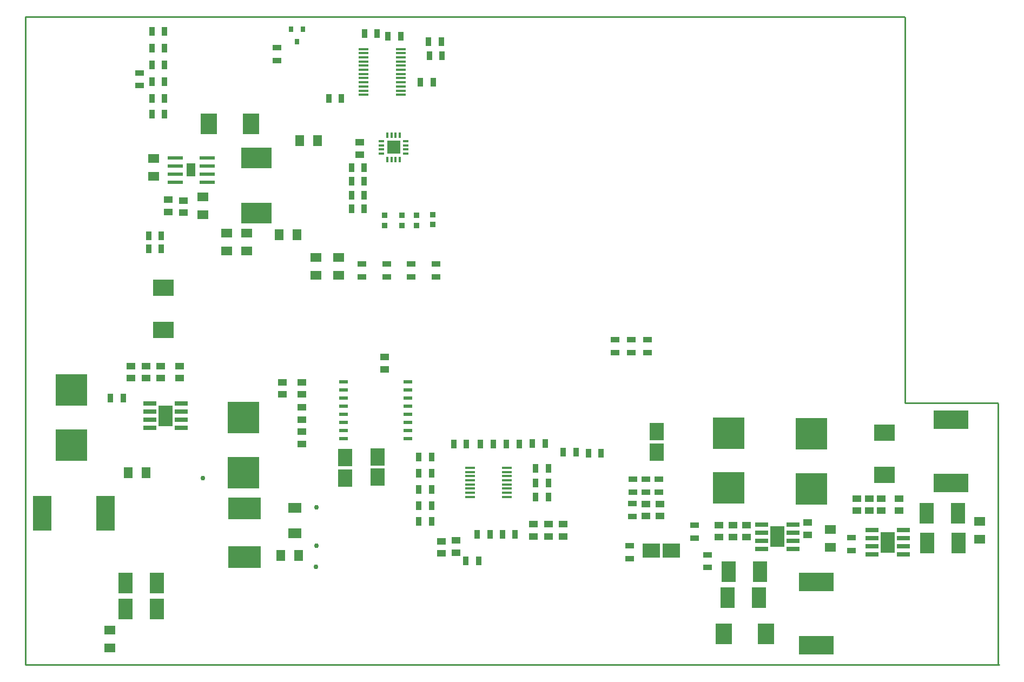
<source format=gtp>
G04*
G04 #@! TF.GenerationSoftware,Altium Limited,Altium Designer,22.9.1 (49)*
G04*
G04 Layer_Color=8421504*
%FSLAX25Y25*%
%MOIN*%
G70*
G04*
G04 #@! TF.SameCoordinates,D4A48318-998D-472C-A6B0-EE5402D3ED7D*
G04*
G04*
G04 #@! TF.FilePolarity,Positive*
G04*
G01*
G75*
%ADD11C,0.01000*%
%ADD15R,0.05258X0.08407*%
%ADD16R,0.09843X0.12795*%
%ADD17R,0.05315X0.03543*%
%ADD18R,0.03543X0.05315*%
%ADD19R,0.05906X0.01772*%
%ADD20R,0.03740X0.01378*%
%ADD21R,0.01378X0.03740*%
%ADD22R,0.07874X0.07874*%
%ADD23R,0.18504X0.12598*%
%ADD24R,0.05709X0.02362*%
%ADD25R,0.09055X0.12598*%
%ADD26R,0.08071X0.02598*%
%ADD27R,0.09264X0.02449*%
%ADD28R,0.19685X0.19685*%
%ADD29R,0.05512X0.04134*%
%ADD30R,0.07087X0.05709*%
%ADD31R,0.05709X0.06890*%
%ADD32R,0.08661X0.12795*%
%ADD33R,0.03740X0.03543*%
%ADD34C,0.03000*%
%ADD35R,0.06890X0.05709*%
%ADD36R,0.11024X0.08898*%
%ADD37R,0.12795X0.09843*%
%ADD38R,0.08898X0.11024*%
%ADD39R,0.03150X0.03543*%
%ADD40R,0.11417X0.21260*%
%ADD41R,0.21260X0.11417*%
%ADD42R,0.08071X0.06299*%
%ADD43R,0.20079X0.13780*%
D11*
Y399500D02*
X541500D01*
X542000Y399000D01*
Y161500D02*
Y399000D01*
Y161500D02*
X599000D01*
X599500Y161000D01*
Y500D02*
Y161000D01*
Y500D02*
X600000Y0D01*
X0D02*
X600000D01*
X0D02*
Y399500D01*
Y0D02*
X600000D01*
D15*
X102244Y305000D02*
D03*
D16*
X112988Y333500D02*
D03*
X139012D02*
D03*
X430488Y19000D02*
D03*
X456512D02*
D03*
D17*
X363500Y200406D02*
D03*
Y192532D02*
D03*
X373500Y200468D02*
D03*
Y192595D02*
D03*
X383437Y200468D02*
D03*
Y192595D02*
D03*
X390500Y114437D02*
D03*
Y106563D02*
D03*
X420500Y60063D02*
D03*
Y67937D02*
D03*
X509000Y70563D02*
D03*
Y78437D02*
D03*
X412500Y78224D02*
D03*
Y86098D02*
D03*
X382500Y106563D02*
D03*
Y114437D02*
D03*
X374000Y99437D02*
D03*
Y91563D02*
D03*
X237833Y239232D02*
D03*
Y247106D02*
D03*
X253000Y239232D02*
D03*
Y247106D02*
D03*
X70614Y357063D02*
D03*
Y364937D02*
D03*
X155000Y372563D02*
D03*
Y380437D02*
D03*
X207500Y239232D02*
D03*
Y247106D02*
D03*
X372500Y65563D02*
D03*
Y73437D02*
D03*
X222667Y239232D02*
D03*
Y247106D02*
D03*
X374500Y106563D02*
D03*
Y114437D02*
D03*
D18*
X278563Y80500D02*
D03*
X286437D02*
D03*
X208937Y298000D02*
D03*
X201063D02*
D03*
X208937Y289500D02*
D03*
X201063D02*
D03*
X208937Y306500D02*
D03*
X201063D02*
D03*
X208937Y281000D02*
D03*
X201063D02*
D03*
X250437Y98000D02*
D03*
X242563D02*
D03*
X250437Y108000D02*
D03*
X242563D02*
D03*
X250437Y118000D02*
D03*
X242563D02*
D03*
X250437Y128000D02*
D03*
X242563D02*
D03*
X314563Y121000D02*
D03*
X322437D02*
D03*
X314563Y103500D02*
D03*
X322437D02*
D03*
X78063Y339500D02*
D03*
X85937D02*
D03*
X216937Y389000D02*
D03*
X209063D02*
D03*
X331563Y131000D02*
D03*
X339437D02*
D03*
X279437Y64000D02*
D03*
X271563D02*
D03*
X85937Y369900D02*
D03*
X78063D02*
D03*
X231437Y387500D02*
D03*
X223563D02*
D03*
X248500Y384000D02*
D03*
X256374D02*
D03*
X294063Y80500D02*
D03*
X301937D02*
D03*
X85937Y349300D02*
D03*
X78063D02*
D03*
X76063Y264500D02*
D03*
X83937D02*
D03*
X250437Y88500D02*
D03*
X242563D02*
D03*
X256937Y375500D02*
D03*
X249063D02*
D03*
X85937Y359600D02*
D03*
X78063D02*
D03*
X354937Y130500D02*
D03*
X347063D02*
D03*
X314563Y112000D02*
D03*
X322437D02*
D03*
X60437Y164500D02*
D03*
X52563D02*
D03*
X78063Y390500D02*
D03*
X85937D02*
D03*
X78063Y380200D02*
D03*
X85937D02*
D03*
X83937Y256500D02*
D03*
X76063D02*
D03*
X194937Y349000D02*
D03*
X187063D02*
D03*
X243563Y359000D02*
D03*
X251437D02*
D03*
X264063Y136000D02*
D03*
X271937D02*
D03*
X296563D02*
D03*
X304437D02*
D03*
X312500Y136500D02*
D03*
X320374D02*
D03*
X280563Y136000D02*
D03*
X288437D02*
D03*
D19*
X296917Y103543D02*
D03*
Y106102D02*
D03*
Y108661D02*
D03*
Y111221D02*
D03*
Y113779D02*
D03*
Y116339D02*
D03*
Y118898D02*
D03*
Y121457D02*
D03*
X274083Y103543D02*
D03*
Y106102D02*
D03*
Y108661D02*
D03*
Y111221D02*
D03*
Y113779D02*
D03*
Y116339D02*
D03*
Y118898D02*
D03*
Y121457D02*
D03*
X231417Y351425D02*
D03*
Y353984D02*
D03*
Y356543D02*
D03*
Y359102D02*
D03*
Y361661D02*
D03*
Y364220D02*
D03*
Y366779D02*
D03*
Y369339D02*
D03*
Y371898D02*
D03*
Y374457D02*
D03*
Y377016D02*
D03*
Y379575D02*
D03*
X208583Y351425D02*
D03*
Y353984D02*
D03*
Y356543D02*
D03*
Y359102D02*
D03*
Y361661D02*
D03*
Y364220D02*
D03*
Y366779D02*
D03*
Y369339D02*
D03*
Y371898D02*
D03*
Y374457D02*
D03*
Y377016D02*
D03*
Y379575D02*
D03*
D20*
X219421Y322839D02*
D03*
Y320280D02*
D03*
Y317721D02*
D03*
Y315161D02*
D03*
X234579D02*
D03*
Y317721D02*
D03*
Y320280D02*
D03*
Y322839D02*
D03*
D21*
X223161Y311421D02*
D03*
X225721D02*
D03*
X228279D02*
D03*
X230839D02*
D03*
Y326579D02*
D03*
X228279D02*
D03*
X225721D02*
D03*
X223161D02*
D03*
D22*
X227000Y319000D02*
D03*
D23*
X142500Y312429D02*
D03*
Y278571D02*
D03*
D24*
X235784Y139500D02*
D03*
Y144500D02*
D03*
Y149500D02*
D03*
Y154500D02*
D03*
Y159500D02*
D03*
Y164500D02*
D03*
Y169500D02*
D03*
Y174500D02*
D03*
X196216Y139500D02*
D03*
Y144500D02*
D03*
Y149500D02*
D03*
Y154500D02*
D03*
Y159500D02*
D03*
Y164500D02*
D03*
Y169500D02*
D03*
Y174500D02*
D03*
D25*
X86500Y153500D02*
D03*
X463500Y79000D02*
D03*
X531500Y75500D02*
D03*
D26*
X96067Y146000D02*
D03*
Y151000D02*
D03*
Y156000D02*
D03*
Y161000D02*
D03*
X76933Y146000D02*
D03*
Y151000D02*
D03*
Y156000D02*
D03*
Y161000D02*
D03*
X453933Y86500D02*
D03*
Y81500D02*
D03*
Y76500D02*
D03*
Y71500D02*
D03*
X473067Y86500D02*
D03*
Y81500D02*
D03*
Y76500D02*
D03*
Y71500D02*
D03*
X521933Y83000D02*
D03*
Y78000D02*
D03*
Y73000D02*
D03*
Y68000D02*
D03*
X541067Y83000D02*
D03*
Y78000D02*
D03*
Y73000D02*
D03*
Y68000D02*
D03*
D27*
X112001Y312500D02*
D03*
Y307500D02*
D03*
Y302500D02*
D03*
Y297500D02*
D03*
X92500D02*
D03*
Y302500D02*
D03*
Y307500D02*
D03*
Y312500D02*
D03*
D28*
X28500Y169358D02*
D03*
Y135500D02*
D03*
X433500Y142929D02*
D03*
Y109071D02*
D03*
X134500Y152429D02*
D03*
Y118571D02*
D03*
X484500Y142429D02*
D03*
Y108571D02*
D03*
D29*
X206000Y322000D02*
D03*
Y314520D02*
D03*
X427500Y78760D02*
D03*
Y86240D02*
D03*
X436000Y78760D02*
D03*
Y86240D02*
D03*
X444500Y78760D02*
D03*
Y86240D02*
D03*
X158500Y166760D02*
D03*
Y174240D02*
D03*
X170500Y136260D02*
D03*
Y143740D02*
D03*
X265500Y76740D02*
D03*
Y69260D02*
D03*
X313000Y86740D02*
D03*
Y79260D02*
D03*
X95000Y184240D02*
D03*
Y176760D02*
D03*
X74500Y184240D02*
D03*
Y176760D02*
D03*
X527500Y95020D02*
D03*
Y102500D02*
D03*
X512500Y95020D02*
D03*
Y102500D02*
D03*
X331500Y86740D02*
D03*
Y79260D02*
D03*
X482000Y80260D02*
D03*
Y87740D02*
D03*
X538500Y95020D02*
D03*
Y102500D02*
D03*
X83500Y184240D02*
D03*
Y176760D02*
D03*
X170500Y174240D02*
D03*
Y166760D02*
D03*
X382500Y99240D02*
D03*
Y91760D02*
D03*
X391000Y99240D02*
D03*
Y91760D02*
D03*
X88000Y279260D02*
D03*
Y286740D02*
D03*
X322500Y86740D02*
D03*
Y79260D02*
D03*
X221500Y189740D02*
D03*
Y182260D02*
D03*
X256500Y76240D02*
D03*
Y68760D02*
D03*
X170500Y151260D02*
D03*
Y158740D02*
D03*
X520000Y95020D02*
D03*
Y102500D02*
D03*
X97500Y278760D02*
D03*
Y286240D02*
D03*
X65000Y184240D02*
D03*
Y176760D02*
D03*
D30*
X136500Y266012D02*
D03*
Y254988D02*
D03*
X124000Y266012D02*
D03*
Y254988D02*
D03*
X79000Y300988D02*
D03*
Y312012D02*
D03*
X52000Y10488D02*
D03*
Y21512D02*
D03*
X588000Y88512D02*
D03*
Y77488D02*
D03*
X496000Y72488D02*
D03*
Y83512D02*
D03*
X109500Y288512D02*
D03*
Y277488D02*
D03*
D31*
X156488Y265000D02*
D03*
X167512D02*
D03*
X74512Y118500D02*
D03*
X63488D02*
D03*
X157488Y67500D02*
D03*
X168512D02*
D03*
X180012Y323000D02*
D03*
X168988D02*
D03*
D32*
X452146Y41500D02*
D03*
X432854D02*
D03*
X575146Y75000D02*
D03*
X555854D02*
D03*
X61854Y50500D02*
D03*
X81146D02*
D03*
X574646Y93500D02*
D03*
X555354D02*
D03*
X452646Y57500D02*
D03*
X433354D02*
D03*
X61854Y34500D02*
D03*
X81146D02*
D03*
D33*
X241000Y270949D02*
D03*
Y277051D02*
D03*
X221500Y270949D02*
D03*
Y277051D02*
D03*
X251000Y271449D02*
D03*
Y277551D02*
D03*
X232000Y270949D02*
D03*
Y277051D02*
D03*
D34*
X109500Y115000D02*
D03*
X179500Y73500D02*
D03*
X179000Y60500D02*
D03*
X179500Y97000D02*
D03*
D35*
X193000Y240158D02*
D03*
Y251181D02*
D03*
X179000Y240158D02*
D03*
Y251181D02*
D03*
D36*
X385701Y70500D02*
D03*
X398299D02*
D03*
D37*
X529500Y116988D02*
D03*
Y143012D02*
D03*
X85000Y232512D02*
D03*
Y206488D02*
D03*
D38*
X389000Y131201D02*
D03*
Y143799D02*
D03*
X217000Y115701D02*
D03*
Y128299D02*
D03*
X197000Y115201D02*
D03*
Y127799D02*
D03*
D39*
X171240Y391937D02*
D03*
X163760D02*
D03*
X167500Y384063D02*
D03*
D40*
X49488Y93500D02*
D03*
X10512D02*
D03*
D41*
X570500Y112012D02*
D03*
Y150988D02*
D03*
X487500Y12012D02*
D03*
Y50988D02*
D03*
D42*
X166000Y96776D02*
D03*
Y81224D02*
D03*
D43*
X135000Y96559D02*
D03*
Y66441D02*
D03*
M02*

</source>
